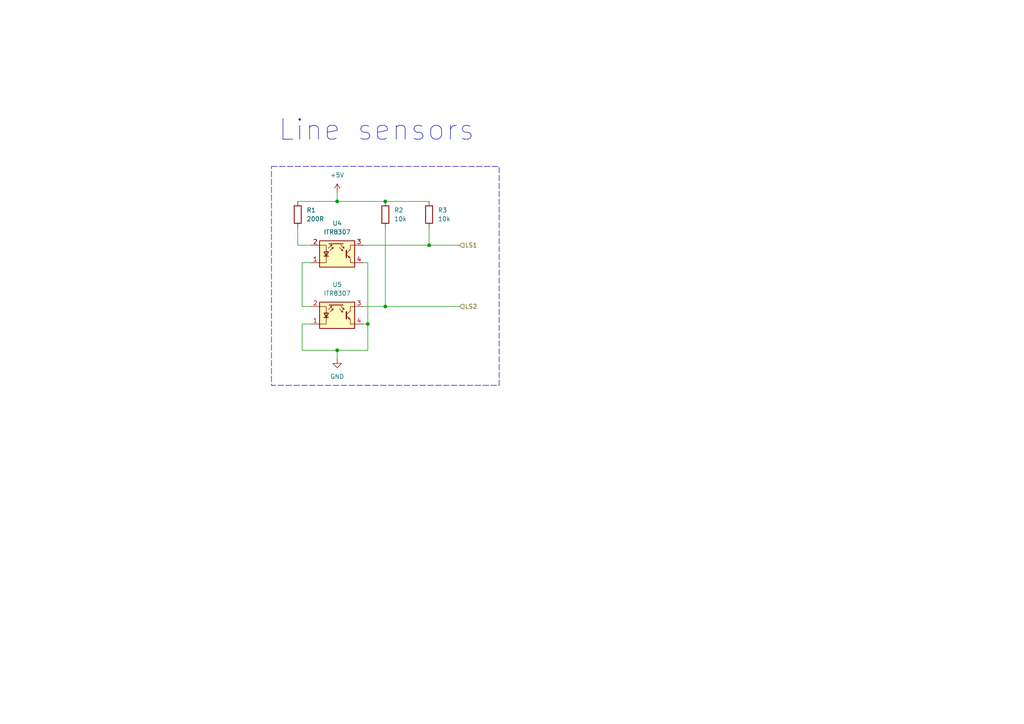
<source format=kicad_sch>
(kicad_sch (version 20231120) (generator "eeschema") (generator_version "8.0")
  (paper "A4")
  (lib_symbols
    (symbol "Device:R" (pin_numbers hide) (pin_names (offset 0))
      (property "Reference" "R" (at 2.032 0 90))
      (property "Value" "R" (at 0 0 90))
      (symbol "R_0_1"
        (rectangle (start -1.016 -2.54) (end 1.016 2.54) (stroke (width 0.254)))
      )
      (symbol "R_1_1"
        (pin passive line (at 0 3.81 270) (length 1.27) (name "~") (number "1"))
        (pin passive line (at 0 -3.81 90) (length 1.27) (name "~") (number "2"))
      )
    )
    (symbol "Sensor_Proximity:ITR8307" (pin_names (offset 0.0254) hide)
      (property "Reference" "U" (at -5.08 5.08 0))
      (property "Value" "ITR8307" (at 7.62 5.08 0))
      (symbol "ITR8307_0_1"
        (polyline (pts (xy -3.81 -0.635) (xy -2.54 -0.635)) (stroke (width 0.254)))
        (polyline (pts (xy -2.286 2.921) (xy -2.032 3.175)))
        (polyline (pts (xy -1.778 2.921) (xy -1.524 3.175)))
        (polyline (pts (xy -1.524 2.667) (xy -1.651 2.159)))
        (polyline (pts (xy -1.27 2.921) (xy -1.016 3.175)))
        (polyline (pts (xy -1.143 1.905) (xy -1.27 1.397)))
        (polyline (pts (xy -0.762 2.921) (xy -0.508 3.175)))
        (polyline (pts (xy -0.254 2.921) (xy 0 3.175)))
        (polyline (pts (xy 0.254 2.921) (xy 0.508 3.175)))
        (polyline (pts (xy 0.762 2.921) (xy 1.016 3.175)))
        (polyline (pts (xy 1.27 2.921) (xy 1.524 3.175)))
        (polyline (pts (xy 1.651 0.889) (xy 1.143 1.016)))
        (polyline (pts (xy 1.778 2.921) (xy -2.413 2.921)))
        (polyline (pts (xy 2.032 1.651) (xy 1.524 1.778)))
        (polyline (pts (xy 2.667 -0.127) (xy 3.81 -1.27)))
        (polyline (pts (xy 2.667 0.127) (xy 3.81 1.27)))
        (polyline (pts (xy -2.54 1.651) (xy -1.524 2.667) (xy -2.032 2.54)))
        (polyline (pts (xy -2.159 0.889) (xy -1.143 1.905) (xy -1.651 1.778)))
        (polyline (pts (xy 0.635 1.905) (xy 1.651 0.889) (xy 1.524 1.397)))
        (polyline (pts (xy 1.016 2.667) (xy 2.032 1.651) (xy 1.905 2.159)))
        (polyline (pts (xy 2.667 1.016) (xy 2.667 -1.016) (xy 2.667 -1.016)) (stroke (width 0.3556)))
        (polyline (pts (xy 3.81 -1.27) (xy 3.81 -2.54) (xy 5.08 -2.54)))
        (polyline (pts (xy 3.81 1.27) (xy 3.81 2.54) (xy 5.08 2.54)))
        (polyline (pts (xy -5.08 -2.54) (xy -3.175 -2.54) (xy -3.175 2.54) (xy -5.08 2.54)))
        (polyline (pts (xy -3.175 -0.635) (xy -3.81 0.635) (xy -2.54 0.635) (xy -3.175 -0.635)) (stroke (width 0.254)))
        (polyline (pts (xy 3.683 -1.143) (xy 3.429 -0.635) (xy 3.175 -0.889) (xy 3.683 -1.143)))
        (polyline (pts (xy -5.08 -3.81) (xy 5.08 -3.81) (xy 5.08 3.81) (xy -5.08 3.81) (xy -5.08 -3.81)) (stroke (width 0.254)) (fill (type background)))
      )
      (symbol "ITR8307_1_1"
        (pin passive line (at -7.62 -2.54 0) (length 2.54) (name "K") (number "1"))
        (pin passive line (at -7.62 2.54 0) (length 2.54) (name "A") (number "2"))
        (pin open_collector line (at 7.62 2.54 180) (length 2.54) (name "C") (number "3"))
        (pin open_emitter line (at 7.62 -2.54 180) (length 2.54) (name "E") (number "4"))
      )
    )
    (symbol "power:+5V" (power) (pin_numbers hide) (pin_names (offset 0) hide)
      (property "Value" "+5V" (at 0 3.556 0))
      (symbol "+5V_0_1"
        (polyline (pts (xy -0.762 1.27) (xy 0 2.54)))
        (polyline (pts (xy 0 0) (xy 0 2.54)))
        (polyline (pts (xy 0 2.54) (xy 0.762 1.27)))
      )
      (symbol "+5V_1_1"
        (pin power_in line (at 0 0 90) (length 0) (name "~") (number "1"))
      )
    )
    (symbol "power:GND" (power) (pin_numbers hide) (pin_names (offset 0) hide)
      (property "Value" "GND" (at 0 -3.81 0))
      (symbol "GND_0_1"
        (polyline (pts (xy 0 0) (xy 0 -1.27) (xy 1.27 -1.27) (xy 0 -2.54) (xy -1.27 -1.27) (xy 0 -1.27)))
      )
      (symbol "GND_1_1"
        (pin power_in line (at 0 0 270) (length 0) (name "~") (number "1"))
      )
    )
  )
  (junction (at 106.68 93.98))
  (junction (at 97.79 101.6))
  (junction (at 111.76 88.9))
  (junction (at 124.46 71.12))
  (junction (at 97.79 58.42))
  (junction (at 111.76 58.42))
  (wire (pts (xy 106.68 93.98) (xy 106.68 101.6)))
  (wire (pts (xy 105.41 76.2) (xy 106.68 76.2)))
  (wire (pts (xy 111.76 58.42) (xy 124.46 58.42)))
  (wire (pts (xy 87.63 88.9) (xy 90.17 88.9)))
  (wire (pts (xy 97.79 58.42) (xy 97.79 55.88)))
  (wire (pts (xy 87.63 93.98) (xy 87.63 101.6)))
  (wire (pts (xy 106.68 76.2) (xy 106.68 93.98)))
  (wire (pts (xy 86.36 71.12) (xy 86.36 66.04)))
  (wire (pts (xy 90.17 71.12) (xy 86.36 71.12)))
  (wire (pts (xy 105.41 88.9) (xy 111.76 88.9)))
  (wire (pts (xy 97.79 101.6) (xy 97.79 104.14)))
  (wire (pts (xy 97.79 58.42) (xy 111.76 58.42)))
  (wire (pts (xy 105.41 93.98) (xy 106.68 93.98)))
  (wire (pts (xy 87.63 101.6) (xy 97.79 101.6)))
  (wire (pts (xy 90.17 76.2) (xy 87.63 76.2)))
  (wire (pts (xy 105.41 71.12) (xy 124.46 71.12)))
  (wire (pts (xy 124.46 66.04) (xy 124.46 71.12)))
  (wire (pts (xy 106.68 101.6) (xy 97.79 101.6)))
  (wire (pts (xy 87.63 76.2) (xy 87.63 88.9)))
  (wire (pts (xy 90.17 93.98) (xy 87.63 93.98)))
  (wire (pts (xy 133.35 88.9) (xy 111.76 88.9)))
  (wire (pts (xy 124.46 71.12) (xy 133.35 71.12)))
  (wire (pts (xy 111.76 66.04) (xy 111.76 88.9)))
  (wire (pts (xy 86.36 58.42) (xy 97.79 58.42)))
  (text_box "\n" (at 78.74 48.26 0) (size 66.04 63.5) (stroke (width 0) (type dash)) (effects (font (size 1.27 1.27)) (justify left top)))
  (text "Line sensors\n" (at 109.22 37.846 0) (effects (font (size 6 6))))
  (hierarchical_label "LS2" (shape input) (at 133.35 88.9 0))
  (hierarchical_label "LS1" (shape input) (at 133.35 71.12 0))
  (symbol (lib_id "Device:R") (at 86.36 62.23 0) (unit 1)
    (property "Reference" "R1" (at 88.9 60.9599 0) (effects (justify left)))
    (property "Value" "200R" (at 88.9 63.4999 0) (effects (justify left)))
    (property "Footprint" "Resistor_SMD:R_0805_2012Metric_Pad1.20x1.40mm_HandSolder" (effects (hide yes)))
    (property "Description" "Resistor" (effects (hide yes)))
  )
  (symbol (lib_id "power:+5V") (at 97.79 55.88 0) (unit 1)
    (property "Reference" "#PWR024" (effects (hide yes)))
    (property "Value" "+5V" (at 97.79 50.8 0))
    (property "Description" "Power symbol creates a global label with name \"+5V\"" (effects (hide yes)))
  )
  (symbol (lib_id "Sensor_Proximity:ITR8307") (at 97.79 91.44 0) (unit 1)
    (property "Reference" "U5" (at 97.79 82.55 0))
    (property "Value" "ITR8307" (at 97.79 85.09 0))
    (property "Footprint" "OptoDevice:Everlight_ITR1201SR10AR" (effects (hide yes)))
    (property "Datasheet" "http://www.everlight.com/file/ProductFile/ITR8307.pdf" (effects (hide yes)))
    (property "Description" "Subminiature Reflective Optical Sensor, SMD-package with PCB-cutout" (effects (hide yes)))
  )
  (symbol (lib_id "Sensor_Proximity:ITR8307") (at 97.79 73.66 0) (unit 1)
    (property "Reference" "U4" (at 97.79 64.77 0))
    (property "Value" "ITR8307" (at 97.79 67.31 0))
    (property "Footprint" "OptoDevice:Everlight_ITR1201SR10AR" (effects (hide yes)))
    (property "Datasheet" "http://www.everlight.com/file/ProductFile/ITR8307.pdf" (effects (hide yes)))
    (property "Description" "Subminiature Reflective Optical Sensor, SMD-package with PCB-cutout" (effects (hide yes)))
  )
  (symbol (lib_id "Device:R") (at 111.76 62.23 0) (unit 1)
    (property "Reference" "R2" (at 114.3 60.9599 0) (effects (justify left)))
    (property "Value" "10k" (at 114.3 63.4999 0) (effects (justify left)))
    (property "Footprint" "Resistor_SMD:R_0805_2012Metric_Pad1.20x1.40mm_HandSolder" (effects (hide yes)))
    (property "Description" "Resistor" (effects (hide yes)))
  )
  (symbol (lib_id "Device:R") (at 124.46 62.23 0) (unit 1)
    (property "Reference" "R3" (at 127 60.9599 0) (effects (justify left)))
    (property "Value" "10k" (at 127 63.4999 0) (effects (justify left)))
    (property "Footprint" "Resistor_SMD:R_0805_2012Metric_Pad1.20x1.40mm_HandSolder" (effects (hide yes)))
    (property "Description" "Resistor" (effects (hide yes)))
  )
  (symbol (lib_id "power:GND") (at 97.79 104.14 0) (unit 1)
    (property "Reference" "#PWR025" (effects (hide yes)))
    (property "Value" "GND" (at 97.79 109.22 0))
    (property "Description" "Power symbol creates a global label with name \"GND\" , ground" (effects (hide yes)))
  )
)
</source>
